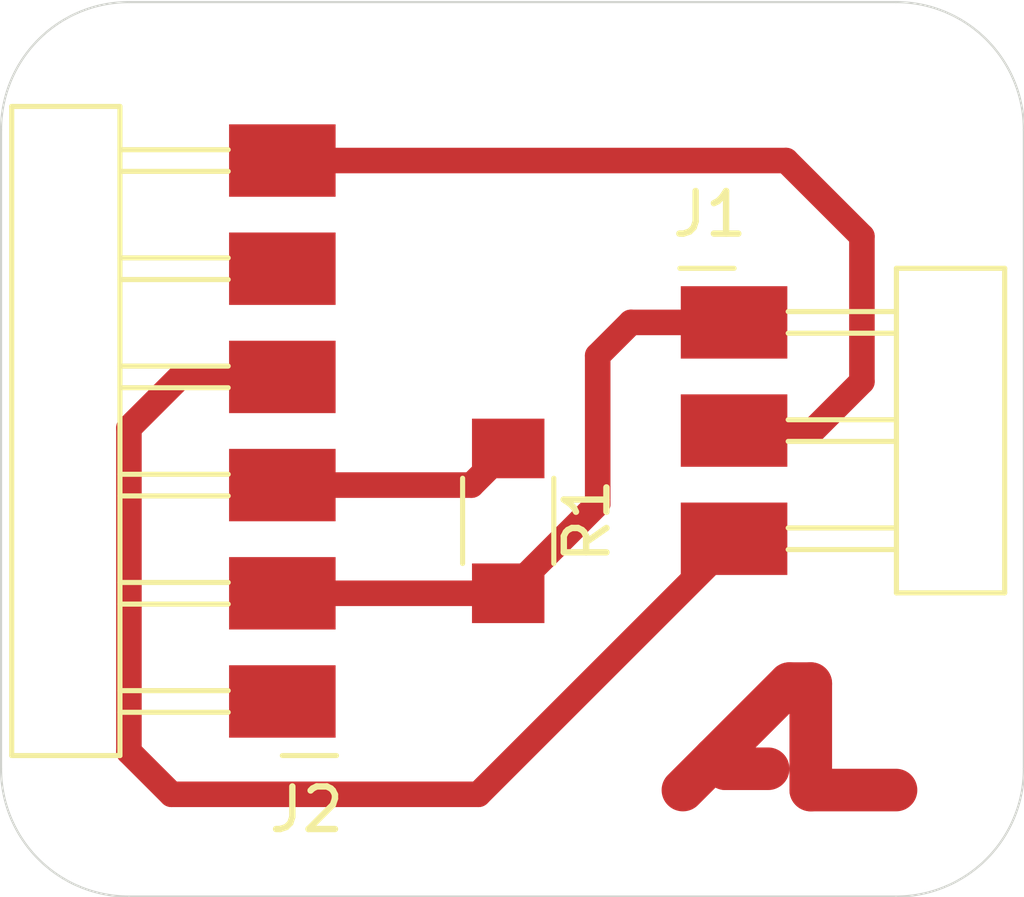
<source format=kicad_pcb>
(kicad_pcb (version 20240108) (generator "pcbnew") (generator_version "8.0")
  (layers (0 "F.Cu" signal) (31 "B.Cu" signal) (34 "B.Paste" user) (35 "F.Paste" user) (36 "B.SilkS" user "B.Silkscreen") (37 "F.SilkS" user "F.Silkscreen") (38 "B.Mask" user) (39 "F.Mask" user) (44 "Edge.Cuts" user))
  (net 0 "")
  (net 1 "GND")
  (net 2 "Rx")
  (net 3 "VCC")
  (net 4 "CTS")
  (net 5 "Tx")
  (net 6 "RTS")
  (footprint "Fabac:PinHeader_1x06_P2.54mm_Horizontal_SMD" (layer "F.Cu") (at 69.6 56.42 180)
    (property "Reference" "J2" (at -1.524 -2.54 180) (layer "F.SilkS") (effects (justify right)))
    (property "Value" "FTDI")
    (fp_line (start 6.35 13.97) (end 3.81 13.97) (stroke (width 0.12)) (layer "F.SilkS"))
    (fp_line (start 6.35 -1.27) (end 6.35 13.97) (stroke (width 0.12)) (layer "F.SilkS"))
    (fp_line (start 3.81 13.97) (end 3.81 -1.27) (stroke (width 0.12)) (layer "F.SilkS"))
    (fp_line (start 3.81 12.954) (end 1.27 12.954) (stroke (width 0.12)) (layer "F.SilkS"))
    (fp_line (start 3.81 12.446) (end 1.27 12.446) (stroke (width 0.12)) (layer "F.SilkS"))
    (fp_line (start 3.81 10.414) (end 1.27 10.414) (stroke (width 0.12)) (layer "F.SilkS"))
    (fp_line (start 3.81 9.906) (end 1.27 9.906) (stroke (width 0.12)) (layer "F.SilkS"))
    (fp_line (start 3.81 7.874) (end 1.27 7.874) (stroke (width 0.12)) (layer "F.SilkS"))
    (fp_line (start 3.81 7.366) (end 1.27 7.366) (stroke (width 0.12)) (layer "F.SilkS"))
    (fp_line (start 3.81 5.334) (end 1.27 5.334) (stroke (width 0.12)) (layer "F.SilkS"))
    (fp_line (start 3.81 4.826) (end 1.27 4.826) (stroke (width 0.12)) (layer "F.SilkS"))
    (fp_line (start 3.81 2.794) (end 1.27 2.794) (stroke (width 0.12)) (layer "F.SilkS"))
    (fp_line (start 3.81 2.286) (end 1.27 2.286) (stroke (width 0.12)) (layer "F.SilkS"))
    (fp_line (start 3.81 0.254) (end 1.27 0.254) (stroke (width 0.12)) (layer "F.SilkS"))
    (fp_line (start 3.81 -0.254) (end 1.27 -0.254) (stroke (width 0.12)) (layer "F.SilkS"))
    (fp_line (start 3.81 -1.27) (end 6.35 -1.27) (stroke (width 0.12)) (layer "F.SilkS"))
    (fp_line (start -1.27 -1.27) (end 0 -1.27) (stroke (width 0.12)) (layer "F.SilkS"))
    (pad "1" smd rect (at 0 0 180) (size 2.5 1.7) (layers "F.Cu" "F.Paste" "F.Mask") (net 6 "RTS"))
    (pad "2" smd rect (at 0 2.54 180) (size 2.5 1.7) (layers "F.Cu" "F.Paste" "F.Mask") (net 2 "Rx"))
    (pad "3" smd rect (at 0 5.08 180) (size 2.5 1.7) (layers "F.Cu" "F.Paste" "F.Mask") (net 5 "Tx"))
    (pad "4" smd rect (at 0 7.62 180) (size 2.5 1.7) (layers "F.Cu" "F.Paste" "F.Mask") (net 3 "VCC"))
    (pad "5" smd rect (at 0 10.16 180) (size 2.5 1.7) (layers "F.Cu" "F.Paste" "F.Mask") (net 4 "CTS"))
    (pad "6" smd rect (at 0 12.7 180) (size 2.5 1.7) (layers "F.Cu" "F.Paste" "F.Mask") (net 1 "GND"))
  )
  (footprint "Fabac:R_1206" (layer "F.Cu") (at 74.9 52.18 -90)
    (property "Reference" "R1" (at 0 -1.85 90) (layer "F.SilkS"))
    (property "Value" "4.7k")
    (fp_line (start 1 1.07) (end -1 1.07) (stroke (width 0.12)) (layer "F.SilkS"))
    (fp_line (start -1 -1.07) (end 1 -1.07) (stroke (width 0.12)) (layer "F.SilkS"))
    (pad "1" smd rect (at -1.7 0 270) (size 1.4 1.7) (layers "F.Cu" "F.Paste" "F.Mask") (net 5 "Tx"))
    (pad "2" smd rect (at 1.7 0 270) (size 1.4 1.7) (layers "F.Cu" "F.Paste" "F.Mask") (net 2 "Rx"))
  )
  (footprint "Fabac:PinHeader_1x03_P2.54mm_Horizontal_SMD" (layer "F.Cu") (at 80.2 47.52)
    (property "Reference" "J1" (at -1.524 -2.54 180) (layer "F.SilkS") (effects (justify left)))
    (property "Value" "UPDI")
    (fp_line (start -1.27 -1.27) (end 0 -1.27) (stroke (width 0.12)) (layer "F.SilkS"))
    (fp_line (start 3.81 -1.27) (end 6.35 -1.27) (stroke (width 0.12)) (layer "F.SilkS"))
    (fp_line (start 3.81 -0.254) (end 1.27 -0.254) (stroke (width 0.12)) (layer "F.SilkS"))
    (fp_line (start 3.81 0.254) (end 1.27 0.254) (stroke (width 0.12)) (layer "F.SilkS"))
    (fp_line (start 3.81 2.286) (end 1.27 2.286) (stroke (width 0.12)) (layer "F.SilkS"))
    (fp_line (start 3.81 2.794) (end 1.27 2.794) (stroke (width 0.12)) (layer "F.SilkS"))
    (fp_line (start 3.81 4.826) (end 1.27 4.826) (stroke (width 0.12)) (layer "F.SilkS"))
    (fp_line (start 3.81 5.334) (end 1.27 5.334) (stroke (width 0.12)) (layer "F.SilkS"))
    (fp_line (start 3.81 6.35) (end 3.81 -1.27) (stroke (width 0.12)) (layer "F.SilkS"))
    (fp_line (start 6.35 -1.27) (end 6.35 6.35) (stroke (width 0.12)) (layer "F.SilkS"))
    (fp_line (start 6.35 6.35) (end 3.81 6.35) (stroke (width 0.12)) (layer "F.SilkS"))
    (pad "1" smd rect (at 0 0) (size 2.5 1.7) (layers "F.Cu" "F.Paste" "F.Mask") (net 2 "Rx"))
    (pad "2" smd rect (at 0 2.54) (size 2.5 1.7) (layers "F.Cu" "F.Paste" "F.Mask") (net 1 "GND"))
    (pad "3" smd rect (at 0 5.08) (size 2.5 1.7) (layers "F.Cu" "F.Paste" "F.Mask") (net 3 "VCC"))
  )
  (gr_line (start 63 43) (end 63 58) (stroke (width 0.05)) (layer "Edge.Cuts"))
  (gr_arc (start 63 43) (mid 63.87868 40.87868) (end 66 40) (stroke (width 0.05)) (layer "Edge.Cuts"))
  (gr_arc (start 84 40) (mid 86.12132 40.87868) (end 87 43) (stroke (width 0.05)) (layer "Edge.Cuts"))
  (gr_line (start 66 40) (end 84 40) (stroke (width 0.05)) (layer "Edge.Cuts"))
  (gr_arc (start 66 61) (mid 63.87868 60.12132) (end 63 58) (stroke (width 0.05)) (layer "Edge.Cuts"))
  (gr_line (start 87 43) (end 87 58) (stroke (width 0.05)) (layer "Edge.Cuts"))
  (gr_line (start 84 61) (end 66 61) (stroke (width 0.05)) (layer "Edge.Cuts"))
  (gr_arc (start 87 58) (mid 86.12132 60.12132) (end 84 61) (stroke (width 0.05)) (layer "Edge.Cuts"))
  (segment (start 80 58) (end 81 58) (width 1) (layer "F.Cu") (net 0))
  (segment (start 79 58.5) (end 79.75 57.75) (width 1) (layer "F.Cu") (net 0))
  (segment (start 79.75 57.75) (end 80 58) (width 1) (layer "F.Cu") (net 0))
  (segment (start 82 58.5) (end 84 58.5) (width 1) (layer "F.Cu") (net 0))
  (segment (start 81.5 56) (end 82 56) (width 1) (layer "F.Cu") (net 0))
  (segment (start 79.75 57.75) (end 81.5 56) (width 1) (layer "F.Cu") (net 0))
  (segment (start 82 58.5) (end 82 56) (width 1) (layer "F.Cu") (net 0))
  (segment (start 82.05 50.06) (end 80.2 50.06) (width 0.6) (layer "F.Cu") (net 1))
  (segment (start 69.6 43.72) (end 81.42 43.72) (width 0.6) (layer "F.Cu") (net 1))
  (segment (start 83.2 45.5) (end 83.2 48.91) (width 0.6) (layer "F.Cu") (net 1))
  (segment (start 83.2 48.91) (end 82.05 50.06) (width 0.6) (layer "F.Cu") (net 1))
  (segment (start 81.42 43.72) (end 83.2 45.5) (width 0.6) (layer "F.Cu") (net 1))
  (segment (start 69.6 53.88) (end 74.9 53.88) (width 0.6) (layer "F.Cu") (net 2))
  (segment (start 77 51.78) (end 77 48.3) (width 0.6) (layer "F.Cu") (net 2))
  (segment (start 74.9 53.88) (end 77 51.78) (width 0.6) (layer "F.Cu") (net 2))
  (segment (start 77 48.3) (end 77.78 47.52) (width 0.6) (layer "F.Cu") (net 2))
  (segment (start 77.78 47.52) (end 80.2 47.52) (width 0.6) (layer "F.Cu") (net 2))
  (segment (start 67.2 48.8) (end 66 50) (width 0.6) (layer "F.Cu") (net 3))
  (segment (start 74.2 58.6) (end 80.2 52.6) (width 0.6) (layer "F.Cu") (net 3))
  (segment (start 67 58.6) (end 74.2 58.6) (width 0.6) (layer "F.Cu") (net 3))
  (segment (start 66 57.6) (end 67 58.6) (width 0.6) (layer "F.Cu") (net 3))
  (segment (start 66 50) (end 66 57.6) (width 0.6) (layer "F.Cu") (net 3))
  (segment (start 69.6 48.8) (end 67.2 48.8) (width 0.6) (layer "F.Cu") (net 3))
  (segment (start 69.6 51.34) (end 74.04 51.34) (width 0.6) (layer "F.Cu") (net 5))
  (segment (start 74.04 51.34) (end 74.9 50.48) (width 0.6) (layer "F.Cu") (net 5))
)
</source>
